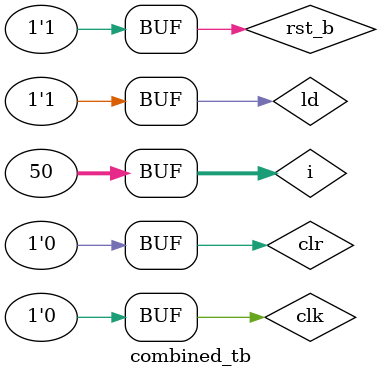
<source format=v>
module combined_tb;

  reg clk, rst_b, ld, clr; 
  wire fdclk_ex2, o_ex3;
  
  // Instan?a modulului ex2
  ex2 dut_ex2 (
    .clk(clk),
    .rst_b(rst_b),
    .ld(ld),
    .clr(clr),
    .fdclk(fdclk_ex2)
  );

  // Instan?a modulului ex3
  ex3 dut_ex3 (
    .clk(clk),
    .rst_b(rst_b),
    .clr(clr),
    .c_up(ld),
    .o(o_ex3)
  );

  // Semnale comune de testare
  initial begin
    clk = 0;
    rst_b = 0;  // Start cu reset activat
    clr = 0;    // Clear dezactivat
    ld = 1;     // Semnal de înc?rcare activ
  end
  
  // Generare semnal de ceas (clock)
  integer i;
  initial begin
    for (i = 0; i < 50; i = i + 1) begin
      #25 clk = ~clk;  // Flip clk la fiecare 25 ns
    end
  end

  // Reset de baz?
  initial begin
    #30 rst_b = 1;  // Dezactivare reset dup? 30 ns
  end

  // Generare semnal `clr` pentru verific?ri
  initial begin
    #400 clr = 1;  // Activare clear dup? 400 ns
    #50 clr = 0;   // Dezactivare clear
    #300 clr = 1;  // Activare clear din nou
    #50 clr = 0;   // Dezactivare clear
  end

  // Monitorizare ie?iri ?i st?ri
  initial begin
    $monitor("Time=%0d, rst_b=%b, clr=%b, ld=%b | fdclk_ex2=%b, o_ex3=%b",
             $time, rst_b, clr, ld, fdclk_ex2, o_ex3);
  end

endmodule

</source>
